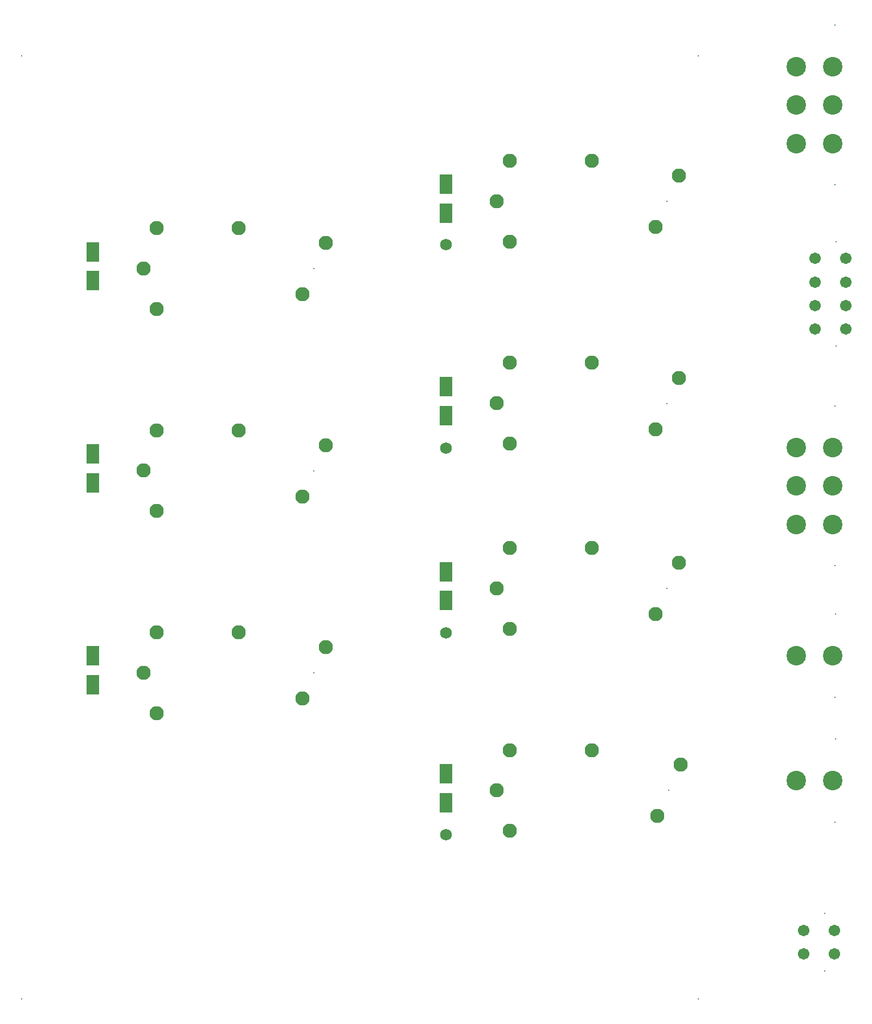
<source format=gts>
G04 Layer_Color=8388736*
%FSLAX44Y44*%
%MOMM*%
G71*
G01*
G75*
%ADD58R,1.9532X2.8532*%
%ADD59C,2.1082*%
%ADD60C,0.2032*%
%ADD61C,2.9032*%
%ADD62C,1.7032*%
%ADD63C,1.7272*%
D58*
X1300000Y535000D02*
D03*
Y492000D02*
D03*
Y792000D02*
D03*
Y835000D02*
D03*
Y1410000D02*
D03*
Y1367000D02*
D03*
X775000Y1267000D02*
D03*
Y1310000D02*
D03*
X1300000Y1110000D02*
D03*
Y1067000D02*
D03*
X775000Y667000D02*
D03*
Y710000D02*
D03*
Y1010000D02*
D03*
Y967000D02*
D03*
D59*
X1375000Y1085000D02*
D03*
X1648462Y548354D02*
D03*
X1613918Y472154D02*
D03*
X1611538Y771646D02*
D03*
X1646082Y847846D02*
D03*
X1611538Y1346646D02*
D03*
X1646082Y1422846D02*
D03*
X1086538Y1246646D02*
D03*
X1121082Y1322846D02*
D03*
X1611538Y1046646D02*
D03*
X1646082Y1122846D02*
D03*
X1086538Y646646D02*
D03*
X1121082Y722846D02*
D03*
X1086538Y946646D02*
D03*
X1121082Y1022846D02*
D03*
X1516986Y569944D02*
D03*
X1395066D02*
D03*
Y450056D02*
D03*
X1375000Y510000D02*
D03*
X1516986Y869944D02*
D03*
X1395066D02*
D03*
Y750056D02*
D03*
X1375000Y810000D02*
D03*
X1516986Y1444944D02*
D03*
X1395066D02*
D03*
Y1325056D02*
D03*
X1375000Y1385000D02*
D03*
X991986Y1344944D02*
D03*
X870066D02*
D03*
Y1225056D02*
D03*
X850000Y1285000D02*
D03*
X1516986Y1144944D02*
D03*
X1395066D02*
D03*
Y1025056D02*
D03*
X991986Y744944D02*
D03*
X870066D02*
D03*
Y625056D02*
D03*
X850000Y685000D02*
D03*
X991986Y1044944D02*
D03*
X870066D02*
D03*
Y925056D02*
D03*
X850000Y985000D02*
D03*
D60*
X1878250Y843600D02*
D03*
Y1081000D02*
D03*
Y1409300D02*
D03*
Y1646700D02*
D03*
Y648300D02*
D03*
X1878810Y771700D02*
D03*
X1878250Y463300D02*
D03*
X1878810Y586700D02*
D03*
X1631190Y510254D02*
D03*
X1628810Y809746D02*
D03*
Y1384746D02*
D03*
X1103810Y1284746D02*
D03*
X1628810Y1084746D02*
D03*
X1103810Y684746D02*
D03*
Y984746D02*
D03*
X1880000Y1170060D02*
D03*
Y1325000D02*
D03*
X1675380Y200440D02*
D03*
Y1600440D02*
D03*
X668880D02*
D03*
Y200440D02*
D03*
X1863090Y242260D02*
D03*
Y327260D02*
D03*
D61*
X1820390Y905000D02*
D03*
X1875000D02*
D03*
Y962150D02*
D03*
X1820390D02*
D03*
Y1019300D02*
D03*
X1875000D02*
D03*
X1820390Y1470700D02*
D03*
X1875000D02*
D03*
Y1527850D02*
D03*
X1820390D02*
D03*
Y1585000D02*
D03*
X1875000D02*
D03*
X1820390Y710000D02*
D03*
X1875000D02*
D03*
X1820390Y525000D02*
D03*
X1875000D02*
D03*
D62*
X1894200Y1300060D02*
D03*
X1848480D02*
D03*
Y1264910D02*
D03*
X1894200Y1265060D02*
D03*
Y1230060D02*
D03*
X1848200D02*
D03*
Y1195060D02*
D03*
X1894200D02*
D03*
X1831340Y267260D02*
D03*
Y302260D02*
D03*
X1877060D02*
D03*
Y267260D02*
D03*
D63*
X1300000Y1320320D02*
D03*
Y1018060D02*
D03*
Y444020D02*
D03*
Y743740D02*
D03*
M02*

</source>
